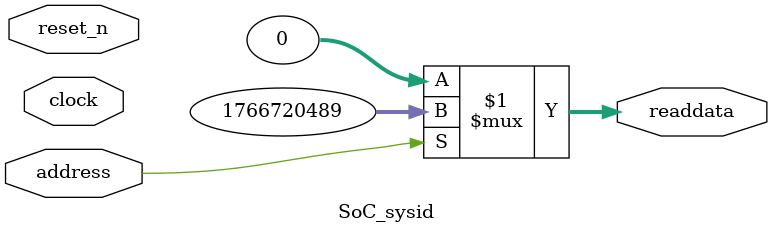
<source format=v>

`timescale 1ns / 1ps
// synthesis translate_on

// turn off superfluous verilog processor warnings 
// altera message_level Level1 
// altera message_off 10034 10035 10036 10037 10230 10240 10030 

module SoC_sysid (
               // inputs:
                address,
                clock,
                reset_n,

               // outputs:
                readdata
             )
;

  output  [ 31: 0] readdata;
  input            address;
  input            clock;
  input            reset_n;

  wire    [ 31: 0] readdata;
  //control_slave, which is an e_avalon_slave
  assign readdata = address ? 1766720489 : 0;

endmodule




</source>
